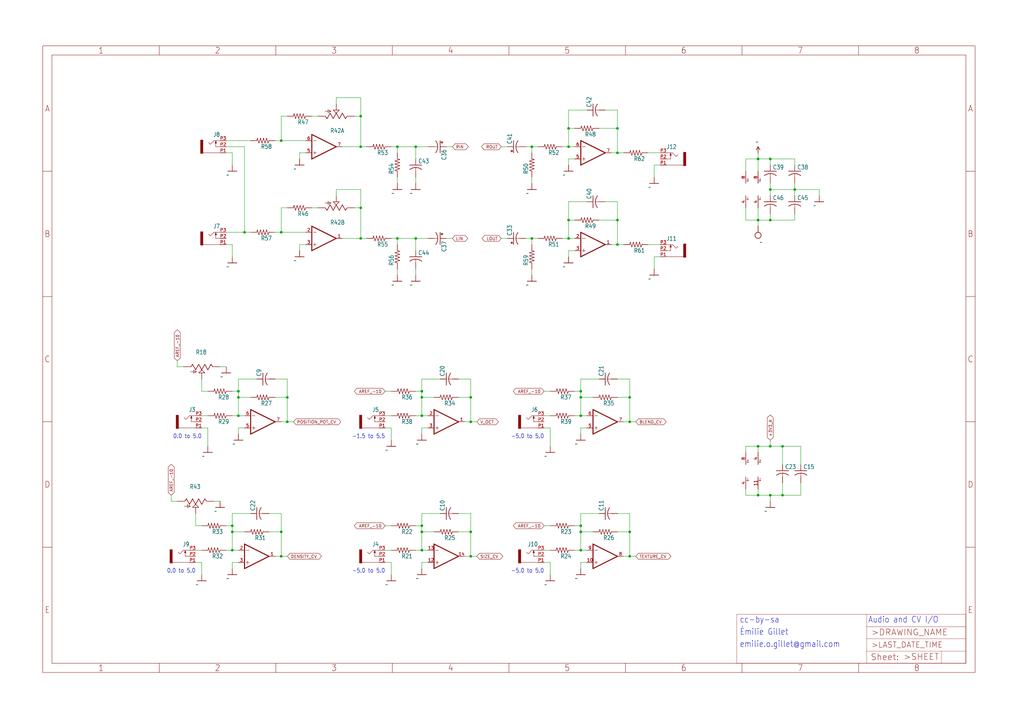
<source format=kicad_sch>
(kicad_sch (version 20211123) (generator eeschema)
  (paper "User" 425.45 299.161)
  (lib_symbols
    (symbol "clouds_v30-eagle-import:A3L-LOC"
      (symbol "A3L-LOC_1_0"
        (text "1" (at 24.2094 1.905 0) (effects (font (size 2.54 2.286))))
        (text "1" (at 24.2094 258.445 0) (effects (font (size 2.54 2.286))))
        (text "2" (at 72.6281 1.905 0) (effects (font (size 2.54 2.286))))
        (text "2" (at 72.6281 258.445 0) (effects (font (size 2.54 2.286))))
        (text "3" (at 121.0469 1.905 0) (effects (font (size 2.54 2.286))))
        (text "3" (at 121.0469 258.445 0) (effects (font (size 2.54 2.286))))
        (text "4" (at 169.4656 1.905 0) (effects (font (size 2.54 2.286))))
        (text "4" (at 169.4656 258.445 0) (effects (font (size 2.54 2.286))))
        (text "5" (at 217.8844 1.905 0) (effects (font (size 2.54 2.286))))
        (text "5" (at 217.8844 258.445 0) (effects (font (size 2.54 2.286))))
        (text "6" (at 266.3031 1.905 0) (effects (font (size 2.54 2.286))))
        (text "6" (at 266.3031 258.445 0) (effects (font (size 2.54 2.286))))
        (text "7" (at 314.7219 1.905 0) (effects (font (size 2.54 2.286))))
        (text "7" (at 314.7219 258.445 0) (effects (font (size 2.54 2.286))))
        (text "8" (at 363.1406 1.905 0) (effects (font (size 2.54 2.286))))
        (text "8" (at 363.1406 258.445 0) (effects (font (size 2.54 2.286))))
        (text ">DRAWING_NAME" (at 344.17 15.24 0) (effects (font (size 2.54 2.54)) (justify left bottom)))
        (text ">LAST_DATE_TIME" (at 344.17 10.16 0) (effects (font (size 2.286 2.286)) (justify left bottom)))
        (text ">SHEET" (at 357.505 5.08 0) (effects (font (size 2.54 2.54)) (justify left bottom)))
        (text "A" (at 1.905 234.315 0) (effects (font (size 2.54 2.286))))
        (text "A" (at 385.445 234.315 0) (effects (font (size 2.54 2.286))))
        (text "B" (at 1.905 182.245 0) (effects (font (size 2.54 2.286))))
        (text "B" (at 385.445 182.245 0) (effects (font (size 2.54 2.286))))
        (text "C" (at 1.905 130.175 0) (effects (font (size 2.54 2.286))))
        (text "C" (at 385.445 130.175 0) (effects (font (size 2.54 2.286))))
        (text "D" (at 1.905 78.105 0) (effects (font (size 2.54 2.286))))
        (text "D" (at 385.445 78.105 0) (effects (font (size 2.54 2.286))))
        (text "E" (at 1.905 26.035 0) (effects (font (size 2.54 2.286))))
        (text "E" (at 385.445 26.035 0) (effects (font (size 2.54 2.286))))
        (text "Sheet:" (at 343.916 4.953 0) (effects (font (size 2.54 2.54)) (justify left bottom)))
      )
    )
    (symbol "clouds_v30-eagle-import:C-USC0603"
      (property "Reference" "C" (at 1.016 0.635 0))
      (property "Value" "C-USC0603" (at 1.016 -4.191 0))
      (symbol "C-USC0603_1_0"
        (pin passive line (at 0 2.54 270) (length 2.54) (name "1") (number "1"))
        (pin passive line (at 0 -5.08 90) (length 2.54) (name "2") (number "2"))
      )
    )
    (symbol "clouds_v30-eagle-import:CPOL-USB"
      (property "Reference" "C" (at 1.016 0.635 0))
      (property "Value" "CPOL-USB" (at 1.016 -4.191 0))
      (symbol "CPOL-USB_1_0"
        (pin passive line (at 0 2.54 270) (length 2.54) (name "+") (number "+"))
        (pin passive line (at 0 -5.08 90) (length 2.54) (name "-") (number "-"))
      )
    )
    (symbol "clouds_v30-eagle-import:GND" (power)
      (property "Value" "GND" (at -2.54 -2.54 0))
      (symbol "GND_1_0"
        (pin power_in line (at 0 2.54 270) (length 2.54) (name "GND") (number "1"))
      )
    )
    (symbol "clouds_v30-eagle-import:PJ301_THONKICONN6"
      (property "Reference" "J" (at -2.54 4.064 0))
      (symbol "PJ301_THONKICONN6_1_0"
        (pin passive line (at -5.08 -2.54 0) (length 2.54) (name "1") (number "P1"))
        (pin passive line (at -5.08 0 0) (length 2.54) (name "2") (number "P2"))
        (pin passive line (at -5.08 2.54 0) (length 2.54) (name "3") (number "P3"))
      )
    )
    (symbol "clouds_v30-eagle-import:POT_USVERTICAL_PS"
      (property "Reference" "R" (at -5.08 -2.54 90))
      (property "Value" "POT_USVERTICAL_PS" (at -2.54 -2.54 90))
      (symbol "POT_USVERTICAL_PS_1_0"
        (pin passive line (at 0 7.62 270) (length 2.54) (name "E") (number "P$1"))
        (pin passive line (at 5.08 0 180) (length 2.54) (name "S") (number "P$2"))
        (pin passive line (at 0 -7.62 90) (length 2.54) (name "A") (number "P$3"))
      )
    )
    (symbol "clouds_v30-eagle-import:POT_US_DUAL_GANG"
      (property "Reference" "R" (at -5.08 -2.54 90))
      (property "Value" "POT_US_DUAL_GANG" (at -2.54 -2.54 90))
      (symbol "POT_US_DUAL_GANG_1_0"
        (pin passive line (at 0 -7.62 90) (length 2.54) (name "A") (number "1P"))
        (pin passive line (at 5.08 0 180) (length 2.54) (name "S") (number "2P"))
        (pin passive line (at 0 7.62 270) (length 2.54) (name "E") (number "3P"))
      )
      (symbol "POT_US_DUAL_GANG_2_0"
        (pin passive line (at 0 -7.62 90) (length 2.54) (name "A") (number "1"))
        (pin passive line (at 5.08 0 180) (length 2.54) (name "S") (number "2"))
        (pin passive line (at 0 7.62 270) (length 2.54) (name "E") (number "3"))
      )
    )
    (symbol "clouds_v30-eagle-import:R-US_R0603"
      (property "Reference" "R" (at -3.81 1.4986 0))
      (property "Value" "R-US_R0603" (at -3.81 -3.302 0))
      (symbol "R-US_R0603_1_0"
        (pin passive line (at -5.08 0 0) (length 2.54) (name "1") (number "1"))
        (pin passive line (at 5.08 0 180) (length 2.54) (name "2") (number "2"))
      )
    )
    (symbol "clouds_v30-eagle-import:TL072D"
      (symbol "TL072D_1_0"
        (pin output line (at 7.62 0 180) (length 2.54) (name "OUT") (number "1"))
        (pin input line (at -7.62 -2.54 0) (length 2.54) (name "-IN") (number "2"))
        (pin input line (at -7.62 2.54 0) (length 2.54) (name "+IN") (number "3"))
      )
      (symbol "TL072D_2_0"
        (pin input line (at -7.62 2.54 0) (length 2.54) (name "+IN") (number "5"))
        (pin input line (at -7.62 -2.54 0) (length 2.54) (name "-IN") (number "6"))
        (pin output line (at 7.62 0 180) (length 2.54) (name "OUT") (number "7"))
      )
      (symbol "TL072D_3_0"
        (text "V+" (at 1.27 3.175 900) (effects (font (size 0.8128 0.6908)) (justify left bottom)))
        (text "V-" (at 1.27 -4.445 900) (effects (font (size 0.8128 0.6908)) (justify left bottom)))
        (pin power_in line (at 0 -7.62 90) (length 5.08) (name "V-") (number "4"))
        (pin power_in line (at 0 7.62 270) (length 5.08) (name "V+") (number "8"))
      )
    )
    (symbol "clouds_v30-eagle-import:TL074D"
      (symbol "TL074D_1_0"
        (pin output line (at 7.62 0 180) (length 2.54) (name "OUT") (number "1"))
        (pin input line (at -7.62 -2.54 0) (length 2.54) (name "-IN") (number "2"))
        (pin input line (at -7.62 2.54 0) (length 2.54) (name "+IN") (number "3"))
      )
      (symbol "TL074D_2_0"
        (pin input line (at -7.62 2.54 0) (length 2.54) (name "+IN") (number "5"))
        (pin input line (at -7.62 -2.54 0) (length 2.54) (name "-IN") (number "6"))
        (pin output line (at 7.62 0 180) (length 2.54) (name "OUT") (number "7"))
      )
      (symbol "TL074D_3_0"
        (pin input line (at -7.62 2.54 0) (length 2.54) (name "+IN") (number "10"))
        (pin output line (at 7.62 0 180) (length 2.54) (name "OUT") (number "8"))
        (pin input line (at -7.62 -2.54 0) (length 2.54) (name "-IN") (number "9"))
      )
      (symbol "TL074D_4_0"
        (pin input line (at -7.62 2.54 0) (length 2.54) (name "+IN") (number "12"))
        (pin input line (at -7.62 -2.54 0) (length 2.54) (name "-IN") (number "13"))
        (pin output line (at 7.62 0 180) (length 2.54) (name "OUT") (number "14"))
      )
      (symbol "TL074D_5_0"
        (text "V+" (at 1.27 3.175 900) (effects (font (size 0.8128 0.6908)) (justify left bottom)))
        (text "V-" (at 1.27 -4.445 900) (effects (font (size 0.8128 0.6908)) (justify left bottom)))
        (pin power_in line (at 0 -7.62 90) (length 5.08) (name "V-") (number "11"))
        (pin power_in line (at 0 7.62 270) (length 5.08) (name "V+") (number "4"))
      )
    )
    (symbol "clouds_v30-eagle-import:VCC" (power)
      (property "Value" "VCC" (at -1.016 3.556 0))
      (symbol "VCC_1_0"
        (pin power_in line (at 0 0 90) (length 2.54) (name "VCC") (number "1"))
      )
    )
    (symbol "clouds_v30-eagle-import:VEE" (power)
      (property "Value" "VEE" (at -1.905 3.175 0))
      (symbol "VEE_1_0"
        (pin power_in line (at 0 -2.54 90) (length 2.54) (name "VEE") (number "1"))
      )
    )
  )
  (junction (at 119.38 175.26))
  (junction (at 325.12 185.42))
  (junction (at 99.06 172.72))
  (junction (at 149.86 99.06))
  (junction (at 261.62 165.1))
  (junction (at 320.04 78.74))
  (junction (at 220.98 99.06))
  (junction (at 241.3 165.1))
  (junction (at 175.26 220.98))
  (junction (at 195.58 175.26))
  (junction (at 96.52 228.6))
  (junction (at 314.96 205.74))
  (junction (at 256.54 101.6))
  (junction (at 261.62 220.98))
  (junction (at 195.58 231.14))
  (junction (at 116.84 58.42))
  (junction (at 241.3 162.56))
  (junction (at 165.1 60.96))
  (junction (at 116.84 231.14))
  (junction (at 330.2 78.74))
  (junction (at 175.26 172.72))
  (junction (at 149.86 86.36))
  (junction (at 195.58 165.1))
  (junction (at 320.04 205.74))
  (junction (at 96.52 218.44))
  (junction (at 241.3 172.72))
  (junction (at 116.84 220.98))
  (junction (at 195.58 220.98))
  (junction (at 256.54 63.5))
  (junction (at 175.26 162.56))
  (junction (at 320.04 185.42))
  (junction (at 241.3 228.6))
  (junction (at 172.72 60.96))
  (junction (at 220.98 60.96))
  (junction (at 175.26 218.44))
  (junction (at 314.96 66.04))
  (junction (at 175.26 165.1))
  (junction (at 236.22 53.34))
  (junction (at 325.12 205.74))
  (junction (at 149.86 48.26))
  (junction (at 241.3 218.44))
  (junction (at 96.52 220.98))
  (junction (at 119.38 165.1))
  (junction (at 261.62 231.14))
  (junction (at 172.72 99.06))
  (junction (at 165.1 99.06))
  (junction (at 256.54 53.34))
  (junction (at 101.6 96.52))
  (junction (at 99.06 162.56))
  (junction (at 320.04 66.04))
  (junction (at 175.26 228.6))
  (junction (at 236.22 99.06))
  (junction (at 261.62 175.26))
  (junction (at 149.86 60.96))
  (junction (at 241.3 220.98))
  (junction (at 314.96 91.44))
  (junction (at 314.96 185.42))
  (junction (at 236.22 91.44))
  (junction (at 320.04 91.44))
  (junction (at 236.22 60.96))
  (junction (at 99.06 165.1))
  (junction (at 116.84 96.52))
  (junction (at 256.54 91.44))
  (wire (pts (xy 248.92 157.48) (xy 241.3 157.48)))
  (wire (pts (xy 185.42 99.06) (xy 187.96 99.06)))
  (wire (pts (xy 172.72 99.06) (xy 172.72 104.14)))
  (wire (pts (xy 241.3 228.6) (xy 243.84 228.6)))
  (wire (pts (xy 119.38 165.1) (xy 119.38 175.26)))
  (wire (pts (xy 325.12 205.74) (xy 332.74 205.74)))
  (wire (pts (xy 236.22 53.34) (xy 236.22 45.72)))
  (wire (pts (xy 175.26 220.98) (xy 175.26 228.6)))
  (wire (pts (xy 175.26 157.48) (xy 175.26 162.56)))
  (wire (pts (xy 220.98 60.96) (xy 220.98 63.5)))
  (wire (pts (xy 96.52 213.36) (xy 96.52 218.44)))
  (wire (pts (xy 309.88 187.96) (xy 309.88 185.42)))
  (wire (pts (xy 251.46 45.72) (xy 256.54 45.72)))
  (wire (pts (xy 330.2 66.04) (xy 330.2 68.58)))
  (wire (pts (xy 340.36 78.74) (xy 340.36 81.28)))
  (wire (pts (xy 93.98 60.96) (xy 101.6 60.96)))
  (wire (pts (xy 314.96 187.96) (xy 314.96 185.42)))
  (wire (pts (xy 149.86 60.96) (xy 152.4 60.96)))
  (wire (pts (xy 114.3 165.1) (xy 119.38 165.1)))
  (wire (pts (xy 101.6 60.96) (xy 101.6 96.52)))
  (wire (pts (xy 175.26 233.68) (xy 175.26 236.22)))
  (wire (pts (xy 96.52 162.56) (xy 99.06 162.56)))
  (wire (pts (xy 104.14 213.36) (xy 96.52 213.36)))
  (wire (pts (xy 139.7 43.18) (xy 139.7 40.64)))
  (wire (pts (xy 195.58 157.48) (xy 195.58 165.1)))
  (wire (pts (xy 261.62 175.26) (xy 264.16 175.26)))
  (wire (pts (xy 314.96 203.2) (xy 314.96 205.74)))
  (wire (pts (xy 320.04 185.42) (xy 320.04 182.88)))
  (wire (pts (xy 238.76 66.04) (xy 236.22 66.04)))
  (wire (pts (xy 256.54 157.48) (xy 261.62 157.48)))
  (wire (pts (xy 165.1 60.96) (xy 172.72 60.96)))
  (wire (pts (xy 228.6 177.8) (xy 228.6 185.42)))
  (wire (pts (xy 124.46 101.6) (xy 124.46 104.14)))
  (wire (pts (xy 162.56 99.06) (xy 165.1 99.06)))
  (wire (pts (xy 261.62 231.14) (xy 264.16 231.14)))
  (wire (pts (xy 241.3 177.8) (xy 241.3 180.34)))
  (wire (pts (xy 93.98 96.52) (xy 101.6 96.52)))
  (wire (pts (xy 165.1 111.76) (xy 165.1 114.3)))
  (wire (pts (xy 256.54 101.6) (xy 254 101.6)))
  (wire (pts (xy 180.34 220.98) (xy 175.26 220.98)))
  (wire (pts (xy 172.72 228.6) (xy 175.26 228.6)))
  (wire (pts (xy 99.06 165.1) (xy 99.06 172.72)))
  (wire (pts (xy 172.72 99.06) (xy 177.8 99.06)))
  (wire (pts (xy 309.88 71.12) (xy 309.88 66.04)))
  (wire (pts (xy 101.6 96.52) (xy 104.14 96.52)))
  (wire (pts (xy 256.54 45.72) (xy 256.54 53.34)))
  (wire (pts (xy 271.78 106.68) (xy 271.78 111.76)))
  (wire (pts (xy 162.56 60.96) (xy 165.1 60.96)))
  (wire (pts (xy 236.22 91.44) (xy 238.76 91.44)))
  (wire (pts (xy 332.74 185.42) (xy 332.74 193.04)))
  (wire (pts (xy 261.62 175.26) (xy 259.08 175.26)))
  (wire (pts (xy 99.06 162.56) (xy 99.06 165.1)))
  (wire (pts (xy 226.06 172.72) (xy 228.6 172.72)))
  (wire (pts (xy 314.96 185.42) (xy 320.04 185.42)))
  (wire (pts (xy 269.24 101.6) (xy 274.32 101.6)))
  (wire (pts (xy 238.76 228.6) (xy 241.3 228.6)))
  (wire (pts (xy 228.6 218.44) (xy 226.06 218.44)))
  (wire (pts (xy 309.88 185.42) (xy 314.96 185.42)))
  (wire (pts (xy 96.52 228.6) (xy 99.06 228.6)))
  (wire (pts (xy 320.04 66.04) (xy 320.04 68.58)))
  (wire (pts (xy 96.52 220.98) (xy 96.52 228.6)))
  (wire (pts (xy 241.3 213.36) (xy 241.3 218.44)))
  (wire (pts (xy 175.26 162.56) (xy 175.26 165.1)))
  (wire (pts (xy 256.54 213.36) (xy 261.62 213.36)))
  (wire (pts (xy 93.98 218.44) (xy 96.52 218.44)))
  (wire (pts (xy 246.38 220.98) (xy 241.3 220.98)))
  (wire (pts (xy 96.52 63.5) (xy 96.52 68.58)))
  (wire (pts (xy 73.66 152.4) (xy 73.66 149.86)))
  (wire (pts (xy 238.76 104.14) (xy 236.22 104.14)))
  (wire (pts (xy 190.5 213.36) (xy 195.58 213.36)))
  (wire (pts (xy 330.2 78.74) (xy 340.36 78.74)))
  (wire (pts (xy 93.98 101.6) (xy 96.52 101.6)))
  (wire (pts (xy 162.56 177.8) (xy 162.56 182.88)))
  (wire (pts (xy 149.86 86.36) (xy 147.32 86.36)))
  (wire (pts (xy 241.3 233.68) (xy 241.3 236.22)))
  (wire (pts (xy 220.98 99.06) (xy 220.98 101.6)))
  (wire (pts (xy 116.84 96.52) (xy 127 96.52)))
  (wire (pts (xy 127 101.6) (xy 124.46 101.6)))
  (wire (pts (xy 149.86 99.06) (xy 142.24 99.06)))
  (wire (pts (xy 320.04 205.74) (xy 320.04 208.28)))
  (wire (pts (xy 96.52 218.44) (xy 96.52 220.98)))
  (wire (pts (xy 81.28 213.36) (xy 81.28 218.44)))
  (wire (pts (xy 256.54 91.44) (xy 256.54 101.6)))
  (wire (pts (xy 119.38 86.36) (xy 116.84 86.36)))
  (wire (pts (xy 248.92 91.44) (xy 256.54 91.44)))
  (wire (pts (xy 165.1 99.06) (xy 172.72 99.06)))
  (wire (pts (xy 236.22 53.34) (xy 238.76 53.34)))
  (wire (pts (xy 241.3 220.98) (xy 241.3 228.6)))
  (wire (pts (xy 172.72 162.56) (xy 175.26 162.56)))
  (wire (pts (xy 149.86 78.74) (xy 149.86 86.36)))
  (wire (pts (xy 248.92 213.36) (xy 241.3 213.36)))
  (wire (pts (xy 83.82 157.48) (xy 83.82 162.56)))
  (wire (pts (xy 236.22 99.06) (xy 236.22 91.44)))
  (wire (pts (xy 195.58 231.14) (xy 198.12 231.14)))
  (wire (pts (xy 241.3 165.1) (xy 241.3 172.72)))
  (wire (pts (xy 149.86 60.96) (xy 142.24 60.96)))
  (wire (pts (xy 129.54 48.26) (xy 132.08 48.26)))
  (wire (pts (xy 251.46 83.82) (xy 256.54 83.82)))
  (wire (pts (xy 175.26 228.6) (xy 177.8 228.6)))
  (wire (pts (xy 210.82 99.06) (xy 208.28 99.06)))
  (wire (pts (xy 160.02 162.56) (xy 162.56 162.56)))
  (wire (pts (xy 269.24 63.5) (xy 274.32 63.5)))
  (wire (pts (xy 309.88 91.44) (xy 314.96 91.44)))
  (wire (pts (xy 320.04 205.74) (xy 325.12 205.74)))
  (wire (pts (xy 325.12 200.66) (xy 325.12 205.74)))
  (wire (pts (xy 96.52 233.68) (xy 96.52 236.22)))
  (wire (pts (xy 160.02 228.6) (xy 162.56 228.6)))
  (wire (pts (xy 127 63.5) (xy 124.46 63.5)))
  (wire (pts (xy 226.06 233.68) (xy 228.6 233.68)))
  (wire (pts (xy 325.12 185.42) (xy 332.74 185.42)))
  (wire (pts (xy 175.26 177.8) (xy 175.26 180.34)))
  (wire (pts (xy 114.3 58.42) (xy 116.84 58.42)))
  (wire (pts (xy 165.1 60.96) (xy 165.1 63.5)))
  (wire (pts (xy 180.34 165.1) (xy 175.26 165.1)))
  (wire (pts (xy 149.86 86.36) (xy 149.86 99.06)))
  (wire (pts (xy 243.84 177.8) (xy 241.3 177.8)))
  (wire (pts (xy 83.82 162.56) (xy 86.36 162.56)))
  (wire (pts (xy 149.86 48.26) (xy 147.32 48.26)))
  (wire (pts (xy 243.84 233.68) (xy 241.3 233.68)))
  (wire (pts (xy 256.54 101.6) (xy 259.08 101.6)))
  (wire (pts (xy 309.88 66.04) (xy 314.96 66.04)))
  (wire (pts (xy 220.98 60.96) (xy 223.52 60.96)))
  (wire (pts (xy 256.54 220.98) (xy 261.62 220.98)))
  (wire (pts (xy 236.22 60.96) (xy 238.76 60.96)))
  (wire (pts (xy 139.7 40.64) (xy 149.86 40.64)))
  (wire (pts (xy 330.2 78.74) (xy 330.2 76.2)))
  (wire (pts (xy 332.74 205.74) (xy 332.74 200.66)))
  (wire (pts (xy 228.6 233.68) (xy 228.6 238.76)))
  (wire (pts (xy 261.62 157.48) (xy 261.62 165.1)))
  (wire (pts (xy 175.26 213.36) (xy 175.26 218.44)))
  (wire (pts (xy 86.36 177.8) (xy 86.36 185.42)))
  (wire (pts (xy 83.82 233.68) (xy 83.82 238.76)))
  (wire (pts (xy 320.04 78.74) (xy 330.2 78.74)))
  (wire (pts (xy 241.3 157.48) (xy 241.3 162.56)))
  (wire (pts (xy 190.5 220.98) (xy 195.58 220.98)))
  (wire (pts (xy 320.04 91.44) (xy 320.04 88.9)))
  (wire (pts (xy 274.32 106.68) (xy 271.78 106.68)))
  (wire (pts (xy 83.82 172.72) (xy 86.36 172.72)))
  (wire (pts (xy 160.02 218.44) (xy 162.56 218.44)))
  (wire (pts (xy 101.6 220.98) (xy 96.52 220.98)))
  (wire (pts (xy 238.76 172.72) (xy 241.3 172.72)))
  (wire (pts (xy 195.58 220.98) (xy 195.58 231.14)))
  (wire (pts (xy 119.38 175.26) (xy 121.92 175.26)))
  (wire (pts (xy 314.96 86.36) (xy 314.96 91.44)))
  (wire (pts (xy 236.22 99.06) (xy 238.76 99.06)))
  (wire (pts (xy 175.26 218.44) (xy 175.26 220.98)))
  (wire (pts (xy 309.88 205.74) (xy 314.96 205.74)))
  (wire (pts (xy 320.04 91.44) (xy 330.2 91.44)))
  (wire (pts (xy 149.86 48.26) (xy 149.86 60.96)))
  (wire (pts (xy 129.54 86.36) (xy 132.08 86.36)))
  (wire (pts (xy 172.72 60.96) (xy 172.72 66.04)))
  (wire (pts (xy 246.38 165.1) (xy 241.3 165.1)))
  (wire (pts (xy 185.42 60.96) (xy 187.96 60.96)))
  (wire (pts (xy 149.86 99.06) (xy 152.4 99.06)))
  (wire (pts (xy 226.06 162.56) (xy 228.6 162.56)))
  (wire (pts (xy 236.22 104.14) (xy 236.22 106.68)))
  (wire (pts (xy 195.58 231.14) (xy 193.04 231.14)))
  (wire (pts (xy 248.92 53.34) (xy 256.54 53.34)))
  (wire (pts (xy 261.62 213.36) (xy 261.62 220.98)))
  (wire (pts (xy 325.12 185.42) (xy 325.12 193.04)))
  (wire (pts (xy 139.7 78.74) (xy 149.86 78.74)))
  (wire (pts (xy 172.72 111.76) (xy 172.72 114.3)))
  (wire (pts (xy 261.62 165.1) (xy 261.62 175.26)))
  (wire (pts (xy 256.54 63.5) (xy 259.08 63.5)))
  (wire (pts (xy 320.04 185.42) (xy 325.12 185.42)))
  (wire (pts (xy 88.9 208.28) (xy 91.44 208.28)))
  (wire (pts (xy 93.98 58.42) (xy 104.14 58.42)))
  (wire (pts (xy 83.82 177.8) (xy 86.36 177.8)))
  (wire (pts (xy 101.6 177.8) (xy 99.06 177.8)))
  (wire (pts (xy 314.96 66.04) (xy 320.04 66.04)))
  (wire (pts (xy 261.62 220.98) (xy 261.62 231.14)))
  (wire (pts (xy 220.98 73.66) (xy 220.98 76.2)))
  (wire (pts (xy 116.84 220.98) (xy 116.84 231.14)))
  (wire (pts (xy 99.06 177.8) (xy 99.06 180.34)))
  (wire (pts (xy 165.1 73.66) (xy 165.1 76.2)))
  (wire (pts (xy 116.84 86.36) (xy 116.84 96.52)))
  (wire (pts (xy 81.28 218.44) (xy 83.82 218.44)))
  (wire (pts (xy 111.76 213.36) (xy 116.84 213.36)))
  (wire (pts (xy 81.28 228.6) (xy 83.82 228.6)))
  (wire (pts (xy 116.84 231.14) (xy 114.3 231.14)))
  (wire (pts (xy 261.62 231.14) (xy 259.08 231.14)))
  (wire (pts (xy 116.84 58.42) (xy 127 58.42)))
  (wire (pts (xy 99.06 233.68) (xy 96.52 233.68)))
  (wire (pts (xy 114.3 157.48) (xy 119.38 157.48)))
  (wire (pts (xy 320.04 78.74) (xy 320.04 81.28)))
  (wire (pts (xy 172.72 73.66) (xy 172.72 76.2)))
  (wire (pts (xy 210.82 60.96) (xy 208.28 60.96)))
  (wire (pts (xy 190.5 157.48) (xy 195.58 157.48)))
  (wire (pts (xy 93.98 228.6) (xy 96.52 228.6)))
  (wire (pts (xy 165.1 99.06) (xy 165.1 101.6)))
  (wire (pts (xy 71.12 208.28) (xy 71.12 205.74)))
  (wire (pts (xy 172.72 60.96) (xy 177.8 60.96)))
  (wire (pts (xy 96.52 172.72) (xy 99.06 172.72)))
  (wire (pts (xy 220.98 99.06) (xy 223.52 99.06)))
  (wire (pts (xy 195.58 213.36) (xy 195.58 220.98)))
  (wire (pts (xy 162.56 233.68) (xy 162.56 238.76)))
  (wire (pts (xy 274.32 68.58) (xy 271.78 68.58)))
  (wire (pts (xy 99.06 157.48) (xy 99.06 162.56)))
  (wire (pts (xy 241.3 218.44) (xy 241.3 220.98)))
  (wire (pts (xy 175.26 165.1) (xy 175.26 172.72)))
  (wire (pts (xy 119.38 48.26) (xy 116.84 48.26)))
  (wire (pts (xy 96.52 101.6) (xy 96.52 106.68)))
  (wire (pts (xy 314.96 91.44) (xy 320.04 91.44)))
  (wire (pts (xy 233.68 99.06) (xy 236.22 99.06)))
  (wire (pts (xy 182.88 157.48) (xy 175.26 157.48)))
  (wire (pts (xy 256.54 63.5) (xy 254 63.5)))
  (wire (pts (xy 309.88 203.2) (xy 309.88 205.74)))
  (wire (pts (xy 314.96 91.44) (xy 314.96 93.98)))
  (wire (pts (xy 119.38 157.48) (xy 119.38 165.1)))
  (wire (pts (xy 226.06 228.6) (xy 228.6 228.6)))
  (wire (pts (xy 330.2 81.28) (xy 330.2 78.74)))
  (wire (pts (xy 218.44 60.96) (xy 220.98 60.96)))
  (wire (pts (xy 139.7 81.28) (xy 139.7 78.74)))
  (wire (pts (xy 236.22 60.96) (xy 236.22 53.34)))
  (wire (pts (xy 99.06 172.72) (xy 101.6 172.72)))
  (wire (pts (xy 190.5 165.1) (xy 195.58 165.1)))
  (wire (pts (xy 236.22 66.04) (xy 236.22 68.58)))
  (wire (pts (xy 182.88 213.36) (xy 175.26 213.36)))
  (wire (pts (xy 93.98 63.5) (xy 96.52 63.5)))
  (wire (pts (xy 226.06 177.8) (xy 228.6 177.8)))
  (wire (pts (xy 238.76 218.44) (xy 241.3 218.44)))
  (wire (pts (xy 175.26 172.72) (xy 177.8 172.72)))
  (wire (pts (xy 314.96 71.12) (xy 314.96 66.04)))
  (wire (pts (xy 314.96 205.74) (xy 320.04 205.74)))
  (wire (pts (xy 119.38 175.26) (xy 116.84 175.26)))
  (wire (pts (xy 320.04 66.04) (xy 330.2 66.04)))
  (wire (pts (xy 195.58 175.26) (xy 198.12 175.26)))
  (wire (pts (xy 241.3 162.56) (xy 241.3 165.1)))
  (wire (pts (xy 177.8 177.8) (xy 175.26 177.8)))
  (wire (pts (xy 256.54 53.34) (xy 256.54 63.5)))
  (wire (pts (xy 238.76 162.56) (xy 241.3 162.56)))
  (wire (pts (xy 104.14 165.1) (xy 99.06 165.1)))
  (wire (pts (xy 76.2 152.4) (xy 73.66 152.4)))
  (wire (pts (xy 160.02 172.72) (xy 162.56 172.72)))
  (wire (pts (xy 124.46 63.5) (xy 124.46 66.04)))
  (wire (pts (xy 114.3 96.52) (xy 116.84 96.52)))
  (wire (pts (xy 330.2 91.44) (xy 330.2 88.9)))
  (wire (pts (xy 220.98 111.76) (xy 220.98 114.3)))
  (wire (pts (xy 256.54 165.1) (xy 261.62 165.1)))
  (wire (pts (xy 172.72 218.44) (xy 175.26 218.44)))
  (wire (pts (xy 236.22 45.72) (xy 243.84 45.72)))
  (wire (pts (xy 73.66 208.28) (xy 71.12 208.28)))
  (wire (pts (xy 320.04 76.2) (xy 320.04 78.74)))
  (wire (pts (xy 256.54 83.82) (xy 256.54 91.44)))
  (wire (pts (xy 195.58 165.1) (xy 195.58 175.26)))
  (wire (pts (xy 172.72 172.72) (xy 175.26 172.72)))
  (wire (pts (xy 116.84 48.26) (xy 116.84 58.42)))
  (wire (pts (xy 111.76 220.98) (xy 116.84 220.98)))
  (wire (pts (xy 195.58 175.26) (xy 193.04 175.26)))
  (wire (pts (xy 91.44 152.4) (xy 93.98 152.4)))
  (wire (pts (xy 233.68 60.96) (xy 236.22 60.96)))
  (wire (pts (xy 236.22 83.82) (xy 243.84 83.82)))
  (wire (pts (xy 149.86 40.64) (xy 149.86 48.26)))
  (wire (pts (xy 271.78 68.58) (xy 271.78 73.66)))
  (wire (pts (xy 241.3 172.72) (xy 243.84 172.72)))
  (wire (pts (xy 309.88 86.36) (xy 309.88 91.44)))
  (wire (pts (xy 160.02 177.8) (xy 162.56 177.8)))
  (wire (pts (xy 116.84 231.14) (xy 119.38 231.14)))
  (wire (pts (xy 160.02 233.68) (xy 162.56 233.68)))
  (wire (pts (xy 81.28 233.68) (xy 83.82 233.68)))
  (wire (pts (xy 314.96 66.04) (xy 314.96 63.5)))
  (wire (pts (xy 116.84 213.36) (xy 116.84 220.98)))
  (wire (pts (xy 236.22 91.44) (xy 236.22 83.82)))
  (wire (pts (xy 177.8 233.68) (xy 175.26 233.68)))
  (wire (pts (xy 106.68 157.48) (xy 99.06 157.48)))
  (wire (pts (xy 218.44 99.06) (xy 220.98 99.06)))
  (text "0.0 to 5.0" (at 81.28 236.22 180) (effects (font (size 1.778 1.5113)) (justify right top)))
  (text "-5.0 to 5.0" (at 226.06 236.22 180) (effects (font (size 1.778 1.5113)) (justify right top)))
  (text "-5.0 to 5.0" (at 226.06 180.34 180) (effects (font (size 1.778 1.5113)) (justify right top)))
  (text "cc-by-sa" (at 307.34 259.08 180) (effects (font (size 2.54 2.159)) (justify left bottom)))
  (text "emilie.o.gillet@gmail.com" (at 307.34 269.24 180) (effects (font (size 2.54 2.159)) (justify left bottom)))
  (text "Émilie Gillet" (at 307.34 264.16 180) (effects (font (size 2.54 2.159)) (justify left bottom)))
  (text "-5.0 to 5.0" (at 160.02 236.22 180) (effects (font (size 1.778 1.5113)) (justify right top)))
  (text "0.0 to 5.0" (at 83.82 180.34 180) (effects (font (size 1.778 1.5113)) (justify right top)))
  (text "Audio and CV I/O" (at 360.68 259.08 180) (effects (font (size 2.54 2.159)) (justify left bottom)))
  (text "-1.5 to 5.5" (at 160.02 180.34 180) (effects (font (size 1.778 1.5113)) (justify right top)))
  (global_label "ROUT" (shape bidirectional) (at 208.28 60.96 180) (effects (font (size 1.2446 1.2446))) (property "Intersheet References" "${INTERSHEET_REFS}" (effects hide)))
  (global_label "SIZE_CV" (shape bidirectional) (at 198.12 231.14 0) (effects (font (size 1.2446 1.2446))) (property "Intersheet References" "${INTERSHEET_REFS}" (effects hide)))
  (global_label "LOUT" (shape bidirectional) (at 208.28 99.06 180) (effects (font (size 1.2446 1.2446))) (property "Intersheet References" "${INTERSHEET_REFS}" (effects hide)))
  (global_label "POSITION_POT_CV" (shape bidirectional) (at 121.92 175.26 0) (effects (font (size 1.2446 1.2446))) (property "Intersheet References" "${INTERSHEET_REFS}" (effects hide)))
  (global_label "V_OCT" (shape bidirectional) (at 198.12 175.26 0) (effects (font (size 1.2446 1.2446))) (property "Intersheet References" "${INTERSHEET_REFS}" (effects hide)))
  (global_label "AREF_-10" (shape bidirectional) (at 160.02 218.44 180) (effects (font (size 1.2446 1.2446))) (property "Intersheet References" "${INTERSHEET_REFS}" (effects hide)))
  (global_label "AREF_-10" (shape bidirectional) (at 226.06 218.44 180) (effects (font (size 1.2446 1.2446))) (property "Intersheet References" "${INTERSHEET_REFS}" (effects hide)))
  (global_label "AREF_-10" (shape bidirectional) (at 160.02 162.56 180) (effects (font (size 1.2446 1.2446))) (property "Intersheet References" "${INTERSHEET_REFS}" (effects hide)))
  (global_label "LIN" (shape bidirectional) (at 187.96 99.06 0) (effects (font (size 1.2446 1.2446))) (property "Intersheet References" "${INTERSHEET_REFS}" (effects hide)))
  (global_label "AREF_-10" (shape bidirectional) (at 73.66 149.86 90) (effects (font (size 1.2446 1.2446))) (property "Intersheet References" "${INTERSHEET_REFS}" (effects hide)))
  (global_label "DENSITY_CV" (shape bidirectional) (at 119.38 231.14 0) (effects (font (size 1.2446 1.2446))) (property "Intersheet References" "${INTERSHEET_REFS}" (effects hide)))
  (global_label "RIN" (shape bidirectional) (at 187.96 60.96 0) (effects (font (size 1.2446 1.2446))) (property "Intersheet References" "${INTERSHEET_REFS}" (effects hide)))
  (global_label "AREF_-10" (shape bidirectional) (at 71.12 205.74 90) (effects (font (size 1.2446 1.2446))) (property "Intersheet References" "${INTERSHEET_REFS}" (effects hide)))
  (global_label "TEXTURE_CV" (shape bidirectional) (at 264.16 231.14 0) (effects (font (size 1.2446 1.2446))) (property "Intersheet References" "${INTERSHEET_REFS}" (effects hide)))
  (global_label "BLEND_CV" (shape bidirectional) (at 264.16 175.26 0) (effects (font (size 1.2446 1.2446))) (property "Intersheet References" "${INTERSHEET_REFS}" (effects hide)))
  (global_label "+3V3_A" (shape bidirectional) (at 320.04 182.88 90) (effects (font (size 1.2446 1.2446))) (property "Intersheet References" "${INTERSHEET_REFS}" (effects hide)))
  (global_label "AREF_-10" (shape bidirectional) (at 226.06 162.56 180) (effects (font (size 1.2446 1.2446))) (property "Intersheet References" "${INTERSHEET_REFS}" (effects hide)))
  (symbol (lib_id "clouds_v30-eagle-import:R-US_R0603") (at 228.6 60.96 180) (unit 1)
    (property "Reference" "R52" (at 232.41 62.4586 0) (effects (font (size 1.778 1.5113)) (justify left bottom)))
  )
  (symbol (lib_id "clouds_v30-eagle-import:GND") (at 241.3 238.76 0) (unit 1)
    (property "Reference" "#GND9" (effects hide))
  )
  (symbol (lib_id "clouds_v30-eagle-import:PJ301_THONKICONN6") (at 154.94 231.14 0) (mirror y) (unit 1)
    (property "Reference" "J4" (at 157.48 227.076 0) (effects (font (size 1.778 1.5113)) (justify left bottom)))
  )
  (symbol (lib_id "clouds_v30-eagle-import:C-USC0603") (at 106.68 213.36 90) (unit 1)
    (property "Reference" "C22" (at 106.045 212.344 0) (effects (font (size 1.778 1.5113)) (justify left bottom)))
  )
  (symbol (lib_id "clouds_v30-eagle-import:R-US_R0603") (at 185.42 165.1 180) (unit 1)
    (property "Reference" "R34" (at 189.23 166.5986 0) (effects (font (size 1.778 1.5113)) (justify left bottom)))
  )
  (symbol (lib_id "clouds_v30-eagle-import:R-US_R0603") (at 167.64 228.6 180) (unit 1)
    (property "Reference" "R21" (at 171.45 230.0986 0) (effects (font (size 1.778 1.5113)) (justify left bottom)))
  )
  (symbol (lib_id "clouds_v30-eagle-import:R-US_R0603") (at 167.64 172.72 180) (unit 1)
    (property "Reference" "R38" (at 171.45 174.2186 0) (effects (font (size 1.778 1.5113)) (justify left bottom)))
  )
  (symbol (lib_id "clouds_v30-eagle-import:R-US_R0603") (at 109.22 58.42 180) (unit 1)
    (property "Reference" "R58" (at 113.03 59.9186 0) (effects (font (size 1.778 1.5113)) (justify left bottom)))
  )
  (symbol (lib_id "clouds_v30-eagle-import:C-USC0603") (at 185.42 157.48 90) (unit 1)
    (property "Reference" "C20" (at 184.785 156.464 0) (effects (font (size 1.778 1.5113)) (justify left bottom)))
  )
  (symbol (lib_id "clouds_v30-eagle-import:C-USC0603") (at 246.38 45.72 90) (unit 1)
    (property "Reference" "C42" (at 245.745 44.704 0) (effects (font (size 1.778 1.5113)) (justify left bottom)))
  )
  (symbol (lib_id "clouds_v30-eagle-import:R-US_R0603") (at 233.68 218.44 180) (unit 1)
    (property "Reference" "R23" (at 237.49 219.9386 0) (effects (font (size 1.778 1.5113)) (justify left bottom)))
  )
  (symbol (lib_id "clouds_v30-eagle-import:GND") (at 241.3 182.88 0) (unit 1)
    (property "Reference" "#GND13" (effects hide))
  )
  (symbol (lib_id "clouds_v30-eagle-import:GND") (at 172.72 78.74 0) (unit 1)
    (property "Reference" "#GND26" (effects hide))
  )
  (symbol (lib_id "clouds_v30-eagle-import:GND") (at 220.98 78.74 0) (unit 1)
    (property "Reference" "#GND31" (effects hide))
  )
  (symbol (lib_id "clouds_v30-eagle-import:C-USC0603") (at 109.22 157.48 90) (unit 1)
    (property "Reference" "C9" (at 108.585 156.464 0) (effects (font (size 1.778 1.5113)) (justify left bottom)))
  )
  (symbol (lib_id "clouds_v30-eagle-import:R-US_R0603") (at 167.64 162.56 180) (unit 1)
    (property "Reference" "R36" (at 171.45 164.0586 0) (effects (font (size 1.778 1.5113)) (justify left bottom)))
  )
  (symbol (lib_id "clouds_v30-eagle-import:R-US_R0603") (at 185.42 220.98 180) (unit 1)
    (property "Reference" "R25" (at 189.23 222.4786 0) (effects (font (size 1.778 1.5113)) (justify left bottom)))
  )
  (symbol (lib_id "clouds_v30-eagle-import:GND") (at 83.82 241.3 0) (unit 1)
    (property "Reference" "#GND42" (effects hide))
  )
  (symbol (lib_id "clouds_v30-eagle-import:R-US_R0603") (at 167.64 218.44 180) (unit 1)
    (property "Reference" "R22" (at 171.45 219.9386 0) (effects (font (size 1.778 1.5113)) (justify left bottom)))
  )
  (symbol (lib_id "clouds_v30-eagle-import:POT_US_DUAL_GANG") (at 139.7 48.26 270) (mirror x) (unit 1)
    (property "Reference" "R42" (at 137.16 53.34 90) (effects (font (size 1.778 1.5113)) (justify left bottom)))
  )
  (symbol (lib_id "clouds_v30-eagle-import:GND") (at 162.56 241.3 0) (unit 1)
    (property "Reference" "#GND1" (effects hide))
  )
  (symbol (lib_id "clouds_v30-eagle-import:GND") (at 99.06 182.88 0) (unit 1)
    (property "Reference" "#GND46" (effects hide))
  )
  (symbol (lib_id "clouds_v30-eagle-import:GND") (at 236.22 71.12 0) (unit 1)
    (property "Reference" "#GND32" (effects hide))
  )
  (symbol (lib_id "clouds_v30-eagle-import:R-US_R0603") (at 124.46 48.26 180) (unit 1)
    (property "Reference" "R47" (at 128.27 49.7586 0) (effects (font (size 1.778 1.5113)) (justify left bottom)))
  )
  (symbol (lib_id "clouds_v30-eagle-import:R-US_R0603") (at 243.84 91.44 180) (unit 1)
    (property "Reference" "R49" (at 247.65 92.9386 0) (effects (font (size 1.778 1.5113)) (justify left bottom)))
  )
  (symbol (lib_id "clouds_v30-eagle-import:TL072D") (at 109.22 175.26 0) (mirror x) (unit 2)
    (property "Reference" "IC3" (effects hide))
  )
  (symbol (lib_id "clouds_v30-eagle-import:CPOL-USB") (at 182.88 99.06 270) (unit 1)
    (property "Reference" "C37" (at 183.515 100.076 0) (effects (font (size 1.778 1.5113)) (justify left bottom)))
  )
  (symbol (lib_id "clouds_v30-eagle-import:PJ301_THONKICONN6") (at 88.9 99.06 0) (mirror y) (unit 1)
    (property "Reference" "J7" (at 91.44 94.996 0) (effects (font (size 1.778 1.5113)) (justify left bottom)))
  )
  (symbol (lib_id "clouds_v30-eagle-import:GND") (at 271.78 114.3 0) (unit 1)
    (property "Reference" "#GND39" (effects hide))
  )
  (symbol (lib_id "clouds_v30-eagle-import:C-USC0603") (at 172.72 106.68 0) (unit 1)
    (property "Reference" "C44" (at 173.736 106.045 0) (effects (font (size 1.778 1.5113)) (justify left bottom)))
  )
  (symbol (lib_id "clouds_v30-eagle-import:R-US_R0603") (at 91.44 172.72 180) (unit 1)
    (property "Reference" "R29" (at 95.25 174.2186 0) (effects (font (size 1.778 1.5113)) (justify left bottom)))
  )
  (symbol (lib_id "clouds_v30-eagle-import:PJ301_THONKICONN6") (at 220.98 175.26 0) (mirror y) (unit 1)
    (property "Reference" "J6" (at 223.52 171.196 0) (effects (font (size 1.778 1.5113)) (justify left bottom)))
  )
  (symbol (lib_id "clouds_v30-eagle-import:PJ301_THONKICONN6") (at 154.94 175.26 0) (mirror y) (unit 1)
    (property "Reference" "J5" (at 157.48 171.196 0) (effects (font (size 1.778 1.5113)) (justify left bottom)))
  )
  (symbol (lib_id "clouds_v30-eagle-import:R-US_R0603") (at 220.98 106.68 90) (unit 1)
    (property "Reference" "R59" (at 219.4814 110.49 0) (effects (font (size 1.778 1.5113)) (justify left bottom)))
  )
  (symbol (lib_id "clouds_v30-eagle-import:TL074D") (at 185.42 175.26 0) (mirror x) (unit 1)
    (property "Reference" "IC4" (effects hide))
  )
  (symbol (lib_id "clouds_v30-eagle-import:C-USC0603") (at 325.12 195.58 0) (unit 1)
    (property "Reference" "C23" (at 326.136 194.945 0) (effects (font (size 1.778 1.5113)) (justify left bottom)))
  )
  (symbol (lib_id "clouds_v30-eagle-import:PJ301_THONKICONN6") (at 279.4 104.14 0) (unit 1)
    (property "Reference" "J11" (at 276.86 100.076 0) (effects (font (size 1.778 1.5113)) (justify left bottom)))
  )
  (symbol (lib_id "clouds_v30-eagle-import:R-US_R0603") (at 264.16 101.6 180) (unit 1)
    (property "Reference" "R61" (at 267.97 103.0986 0) (effects (font (size 1.778 1.5113)) (justify left bottom)))
  )
  (symbol (lib_id "clouds_v30-eagle-import:TL074D") (at 314.96 195.58 0) (unit 5)
    (property "Reference" "IC4" (effects hide))
  )
  (symbol (lib_id "clouds_v30-eagle-import:GND") (at 165.1 116.84 0) (unit 1)
    (property "Reference" "#GND29" (effects hide))
  )
  (symbol (lib_id "clouds_v30-eagle-import:GND") (at 320.04 210.82 0) (unit 1)
    (property "Reference" "#GND28" (effects hide))
  )
  (symbol (lib_id "clouds_v30-eagle-import:C-USC0603") (at 332.74 195.58 0) (unit 1)
    (property "Reference" "C15" (at 333.756 194.945 0) (effects (font (size 1.778 1.5113)) (justify left bottom)))
  )
  (symbol (lib_id "clouds_v30-eagle-import:CPOL-USB") (at 213.36 60.96 90) (unit 1)
    (property "Reference" "C41" (at 212.725 59.944 0) (effects (font (size 1.778 1.5113)) (justify left bottom)))
  )
  (symbol (lib_id "clouds_v30-eagle-import:R-US_R0603") (at 109.22 165.1 180) (unit 1)
    (property "Reference" "R27" (at 113.03 166.5986 0) (effects (font (size 1.778 1.5113)) (justify left bottom)))
  )
  (symbol (lib_id "clouds_v30-eagle-import:TL074D") (at 251.46 231.14 0) (mirror x) (unit 3)
    (property "Reference" "IC4" (effects hide))
  )
  (symbol (lib_id "clouds_v30-eagle-import:R-US_R0603") (at 109.22 96.52 180) (unit 1)
    (property "Reference" "R57" (at 113.03 98.0186 0) (effects (font (size 1.778 1.5113)) (justify left bottom)))
  )
  (symbol (lib_id "clouds_v30-eagle-import:TL072D") (at 134.62 99.06 0) (mirror x) (unit 1)
    (property "Reference" "IC9" (effects hide))
  )
  (symbol (lib_id "clouds_v30-eagle-import:C-USC0603") (at 320.04 71.12 0) (unit 1)
    (property "Reference" "C39" (at 321.056 70.485 0) (effects (font (size 1.778 1.5113)) (justify left bottom)))
  )
  (symbol (lib_id "clouds_v30-eagle-import:C-USC0603") (at 251.46 213.36 90) (unit 1)
    (property "Reference" "C11" (at 250.825 212.344 0) (effects (font (size 1.778 1.5113)) (justify left bottom)))
  )
  (symbol (lib_id "clouds_v30-eagle-import:C-USC0603") (at 172.72 68.58 0) (unit 1)
    (property "Reference" "C43" (at 173.736 67.945 0) (effects (font (size 1.778 1.5113)) (justify left bottom)))
  )
  (symbol (lib_id "clouds_v30-eagle-import:C-USC0603") (at 320.04 83.82 0) (unit 1)
    (property "Reference" "C46" (at 321.056 83.185 0) (effects (font (size 1.778 1.5113)) (justify left bottom)))
  )
  (symbol (lib_id "clouds_v30-eagle-import:TL074D") (at 185.42 231.14 0) (mirror x) (unit 4)
    (property "Reference" "IC4" (effects hide))
  )
  (symbol (lib_id "clouds_v30-eagle-import:GND") (at 175.26 182.88 0) (unit 1)
    (property "Reference" "#GND11" (effects hide))
  )
  (symbol (lib_id "clouds_v30-eagle-import:GND") (at 165.1 78.74 0) (unit 1)
    (property "Reference" "#GND25" (effects hide))
  )
  (symbol (lib_id "clouds_v30-eagle-import:C-USC0603") (at 246.38 83.82 90) (unit 1)
    (property "Reference" "C40" (at 245.745 82.804 0) (effects (font (size 1.778 1.5113)) (justify left bottom)))
  )
  (symbol (lib_id "clouds_v30-eagle-import:R-US_R0603") (at 88.9 228.6 180) (unit 1)
    (property "Reference" "R32" (at 92.71 230.0986 0) (effects (font (size 1.778 1.5113)) (justify left bottom)))
  )
  (symbol (lib_id "clouds_v30-eagle-import:GND") (at 236.22 109.22 0) (unit 1)
    (property "Reference" "#GND38" (effects hide))
  )
  (symbol (lib_id "clouds_v30-eagle-import:R-US_R0603") (at 264.16 63.5 180) (unit 1)
    (property "Reference" "R62" (at 267.97 64.9986 0) (effects (font (size 1.778 1.5113)) (justify left bottom)))
  )
  (symbol (lib_id "clouds_v30-eagle-import:GND") (at 271.78 76.2 0) (unit 1)
    (property "Reference" "#GND33" (effects hide))
  )
  (symbol (lib_id "clouds_v30-eagle-import:TL072D") (at 309.88 195.58 0) (unit 3)
    (property "Reference" "IC3" (effects hide))
  )
  (symbol (lib_id "clouds_v30-eagle-import:POT_US_DUAL_GANG") (at 139.7 86.36 270) (mirror x) (unit 2)
    (property "Reference" "R42" (at 137.16 91.44 90) (effects (font (size 1.778 1.5113)) (justify left bottom)))
  )
  (symbol (lib_id "clouds_v30-eagle-import:R-US_R0603") (at 228.6 99.06 180) (unit 1)
    (property "Reference" "R51" (at 232.41 100.5586 0) (effects (font (size 1.778 1.5113)) (justify left bottom)))
  )
  (symbol (lib_id "clouds_v30-eagle-import:A3L-LOC") (at 17.78 279.4 0) (unit 1)
    (property "Reference" "#FRAME1" (effects hide))
  )
  (symbol (lib_id "clouds_v30-eagle-import:TL072D") (at 246.38 63.5 0) (mirror x) (unit 2)
    (property "Reference" "IC10" (effects hide))
  )
  (symbol (lib_id "clouds_v30-eagle-import:PJ301_THONKICONN6") (at 76.2 231.14 0) (mirror y) (unit 1)
    (property "Reference" "J9" (at 78.74 227.076 0) (effects (font (size 1.778 1.5113)) (justify left bottom)))
  )
  (symbol (lib_id "clouds_v30-eagle-import:R-US_R0603") (at 157.48 60.96 180) (unit 1)
    (property "Reference" "R53" (at 161.29 62.4586 0) (effects (font (size 1.778 1.5113)) (justify left bottom)))
  )
  (symbol (lib_id "clouds_v30-eagle-import:C-USC0603") (at 185.42 213.36 90) (unit 1)
    (property "Reference" "C10" (at 184.785 212.344 0) (effects (font (size 1.778 1.5113)) (justify left bottom)))
  )
  (symbol (lib_id "clouds_v30-eagle-import:GND") (at 96.52 238.76 0) (unit 1)
    (property "Reference" "#GND43" (effects hide))
  )
  (symbol (lib_id "clouds_v30-eagle-import:R-US_R0603") (at 91.44 162.56 180) (unit 1)
    (property "Reference" "R28" (at 95.25 164.0586 0) (effects (font (size 1.778 1.5113)) (justify left bottom)))
  )
  (symbol (lib_id "clouds_v30-eagle-import:GND") (at 340.36 83.82 0) (unit 1)
    (property "Reference" "#GND41" (effects hide))
  )
  (symbol (lib_id "clouds_v30-eagle-import:TL072D") (at 134.62 60.96 0) (mirror x) (unit 2)
    (property "Reference" "IC9" (effects hide))
  )
  (symbol (lib_id "clouds_v30-eagle-import:R-US_R0603") (at 233.68 172.72 180) (unit 1)
    (property "Reference" "R39" (at 237.49 174.2186 0) (effects (font (size 1.778 1.5113)) (justify left bottom)))
  )
  (symbol (lib_id "clouds_v30-eagle-import:R-US_R0603") (at 88.9 218.44 180) (unit 1)
    (property "Reference" "R33" (at 92.71 219.9386 0) (effects (font (size 1.778 1.5113)) (justify left bottom)))
  )
  (symbol (lib_id "clouds_v30-eagle-import:R-US_R0603") (at 124.46 86.36 180) (unit 1)
    (property "Reference" "R46" (at 128.27 87.8586 0) (effects (font (size 1.778 1.5113)) (justify left bottom)))
  )
  (symbol (lib_id "clouds_v30-eagle-import:R-US_R0603") (at 165.1 68.58 90) (unit 1)
    (property "Reference" "R54" (at 163.6014 72.39 0) (effects (font (size 1.778 1.5113)) (justify left bottom)))
  )
  (symbol (lib_id "clouds_v30-eagle-import:GND") (at 93.98 154.94 0) (unit 1)
    (property "Reference" "#GND47" (effects hide))
  )
  (symbol (lib_id "clouds_v30-eagle-import:R-US_R0603") (at 251.46 220.98 180) (unit 1)
    (property "Reference" "R26" (at 255.27 222.4786 0) (effects (font (size 1.778 1.5113)) (justify left bottom)))
  )
  (symbol (lib_id "clouds_v30-eagle-import:GND") (at 124.46 106.68 0) (unit 1)
    (property "Reference" "#GND66" (effects hide))
  )
  (symbol (lib_id "clouds_v30-eagle-import:VCC") (at 314.96 63.5 0) (unit 1)
    (property "Reference" "#P+1" (effects hide))
  )
  (symbol (lib_id "clouds_v30-eagle-import:GND") (at 162.56 185.42 0) (unit 1)
    (property "Reference" "#GND7" (effects hide))
  )
  (symbol (lib_id "clouds_v30-eagle-import:R-US_R0603") (at 106.68 220.98 180) (unit 1)
    (property "Reference" "R31" (at 110.49 222.4786 0) (effects (font (size 1.778 1.5113)) (justify left bottom)))
  )
  (symbol (lib_id "clouds_v30-eagle-import:PJ301_THONKICONN6") (at 279.4 66.04 0) (unit 1)
    (property "Reference" "J12" (at 276.86 61.976 0) (effects (font (size 1.778 1.5113)) (justify left bottom)))
  )
  (symbol (lib_id "clouds_v30-eagle-import:R-US_R0603") (at 220.98 68.58 90) (unit 1)
    (property "Reference" "R50" (at 219.4814 72.39 0) (effects (font (size 1.778 1.5113)) (justify left bottom)))
  )
  (symbol (lib_id "clouds_v30-eagle-import:POT_USVERTICAL_PS") (at 83.82 152.4 270) (unit 1)
    (property "Reference" "R18" (at 81.28 147.32 90) (effects (font (size 1.778 1.5113)) (justify left bottom)))
  )
  (symbol (lib_id "clouds_v30-eagle-import:CPOL-USB") (at 213.36 99.06 90) (unit 1)
    (property "Reference" "C33" (at 212.725 98.044 0) (effects (font (size 1.778 1.5113)) (justify left bottom)))
  )
  (symbol (lib_id "clouds_v30-eagle-import:GND") (at 228.6 187.96 0) (unit 1)
    (property "Reference" "#GND6" (effects hide))
  )
  (symbol (lib_id "clouds_v30-eagle-import:TL072D") (at 106.68 231.14 0) (mirror x) (unit 1)
    (property "Reference" "IC3" (effects hide))
  )
  (symbol (lib_id "clouds_v30-eagle-import:R-US_R0603") (at 165.1 106.68 90) (unit 1)
    (property "Reference" "R56" (at 163.6014 110.49 0) (effects (font (size 1.778 1.5113)) (justify left bottom)))
  )
  (symbol (lib_id "clouds_v30-eagle-import:TL072D") (at 314.96 78.74 0) (unit 3)
    (property "Reference" "IC10" (effects hide))
  )
  (symbol (lib_id "clouds_v30-eagle-import:R-US_R0603") (at 233.68 228.6 180) (unit 1)
    (property "Reference" "R24" (at 237.49 230.0986 0) (effects (font (size 1.778 1.5113)) (justify left bottom)))
  )
  (symbol (lib_id "clouds_v30-eagle-import:PJ301_THONKICONN6") (at 78.74 175.26 0) (mirror y) (unit 1)
    (property "Reference" "J3" (at 81.28 171.196 0) (effects (font (size 1.778 1.5113)) (justify left bottom)))
  )
  (symbol (lib_id "clouds_v30-eagle-import:POT_USVERTICAL_PS") (at 81.28 208.28 270) (unit 1)
    (property "Reference" "R43" (at 78.74 203.2 90) (effects (font (size 1.778 1.5113)) (justify left bottom)))
  )
  (symbol (lib_id "clouds_v30-eagle-import:GND") (at 96.52 71.12 0) (unit 1)
    (property "Reference" "#GND22" (effects hide))
  )
  (symbol (lib_id "clouds_v30-eagle-import:GND") (at 96.52 109.22 0) (unit 1)
    (property "Reference" "#GND27" (effects hide))
  )
  (symbol (lib_id "clouds_v30-eagle-import:R-US_R0603") (at 233.68 162.56 180) (unit 1)
    (property "Reference" "R37" (at 237.49 164.0586 0) (effects (font (size 1.778 1.5113)) (justify left bottom)))
  )
  (symbol (lib_id "clouds_v30-eagle-import:C-USC0603") (at 251.46 157.48 90) (unit 1)
    (property "Reference" "C21" (at 250.825 156.464 0) (effects (font (size 1.778 1.5113)) (justify left bottom)))
  )
  (symbol (lib_id "clouds_v30-eagle-import:PJ301_THONKICONN6") (at 88.9 60.96 0) (mirror y) (unit 1)
    (property "Reference" "J8" (at 91.44 56.896 0) (effects (font (size 1.778 1.5113)) (justify left bottom)))
  )
  (symbol (lib_id "clouds_v30-eagle-import:GND") (at 175.26 238.76 0) (unit 1)
    (property "Reference" "#GND2" (effects hide))
  )
  (symbol (lib_id "clouds_v30-eagle-import:C-USC0603") (at 330.2 83.82 0) (unit 1)
    (property "Reference" "C45" (at 331.216 83.185 0) (effects (font (size 1.778 1.5113)) (justify left bottom)))
  )
  (symbol (lib_id "clouds_v30-eagle-import:GND") (at 91.44 210.82 0) (unit 1)
    (property "Reference" "#GND44" (effects hide))
  )
  (symbol (lib_id "clouds_v30-eagle-import:PJ301_THONKICONN6") (at 220.98 231.14 0) (mirror y) (unit 1)
    (property "Reference" "J10" (at 223.52 227.076 0) (effects (font (size 1.778 1.5113)) (justify left bottom)))
  )
  (symbol (lib_id "clouds_v30-eagle-import:GND") (at 220.98 116.84 0) (unit 1)
    (property "Reference" "#GND37" (effects hide))
  )
  (symbol (lib_id "clouds_v30-eagle-import:CPOL-USB") (at 182.88 60.96 270) (unit 1)
    (property "Reference" "C36" (at 183.515 61.976 0) (effects (font (size 1.778 1.5113)) (justify left bottom)))
  )
  (symbol (lib_id "clouds_v30-eagle-import:TL072D") (at 246.38 101.6 0) (mirror x) (unit 1)
    (property "Reference" "IC10" (effects hide))
  )
  (symbol (lib_id "clouds_v30-eagle-import:GND") (at 228.6 241.3 0) (unit 1)
    (property "Reference" "#GND8" (effects hide))
  )
  (symbol (lib_id "clouds_v30-eagle-import:VEE") (at 314.96 96.52 180) (unit 1)
    (property "Reference" "#SUPPLY4" (effects hide))
  )
  (symbol (lib_id "clouds_v30-eagle-import:C-USC0603") (at 330.2 71.12 0) (unit 1)
    (property "Reference" "C38" (at 331.216 70.485 0) (effects (font (size 1.778 1.5113)) (justify left bottom)))
  )
  (symbol (lib_id "clouds_v30-eagle-import:R-US_R0603") (at 157.48 99.06 180) (unit 1)
    (property "Reference" "R55" (at 161.29 100.5586 0) (effects (font (size 1.778 1.5113)) (justify left bottom)))
  )
  (symbol (lib_id "clouds_v30-eagle-import:GND") (at 172.72 116.84 0) (unit 1)
    (property "Reference" "#GND30" (effects hide))
  )
  (symbol (lib_id "clouds_v30-eagle-import:GND") (at 124.46 68.58 0) (unit 1)
    (property "Reference" "#GND64" (effects hide))
  )
  (symbol (lib_id "clouds_v30-eagle-import:TL072D") (at 309.88 78.74 0) (unit 3)
    (property "Reference" "IC9" (effects hide))
  )
  (symbol (lib_id "clouds_v30-eagle-import:TL074D") (at 251.46 175.26 0) (mirror x) (unit 2)
    (property "Reference" "IC4" (effects hide))
  )
  (symbol (lib_id "clouds_v30-eagle-import:R-US_R0603") (at 243.84 53.34 180) (unit 1)
    (property "Reference" "R48" (at 247.65 54.8386 0) (effects (font (size 1.778 1.5113)) (justify left bottom)))
  )
  (symbol (lib_id "clouds_v30-eagle-import:R-US_R0603") (at 251.46 165.1 180) (unit 1)
    (property "Reference" "R35" (at 255.27 166.5986 0) (effects (font (size 1.778 1.5113)) (justify left bottom)))
  )
  (symbol (lib_id "clouds_v30-eagle-import:GND") (at 86.36 187.96 0) (unit 1)
    (property "Reference" "#GND45" (effects hide))
  )
)
</source>
